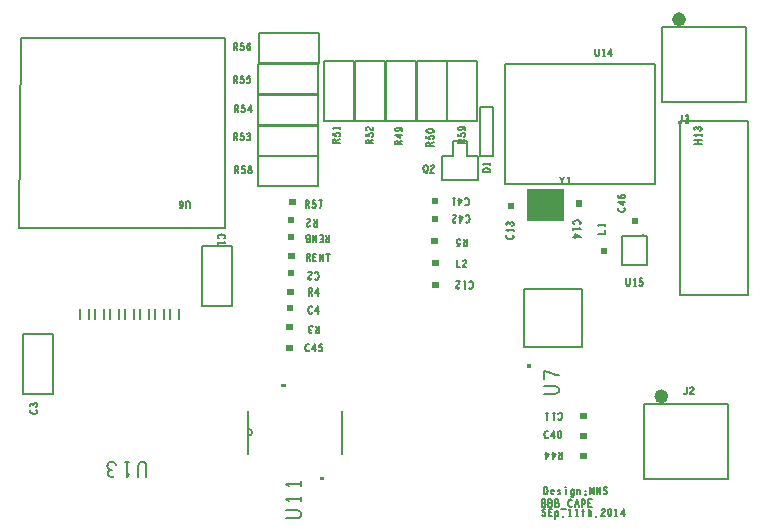
<source format=gto>
G04 ================== begin FILE IDENTIFICATION RECORD ==================*
G04 Layout Name:  BBB_CAPE_PCB_AN.brd*
G04 Film Name:    SILKSCREEN_TOP*
G04 File Format:  Gerber RS274X*
G04 File Origin:  Cadence Allegro 16.6-P004*
G04 Origin Date:  Thu Sep 11 16:38:19 2014*
G04 *
G04 Layer:  REF DES/SILKSCREEN_TOP*
G04 Layer:  PACKAGE GEOMETRY/SILKSCREEN_TOP*
G04 Layer:  BOARD GEOMETRY/SILKSCREEN_TOP*
G04 *
G04 Offset:    (0.00 0.00)*
G04 Mirror:    No*
G04 Mode:      Positive*
G04 Rotation:  0*
G04 FullContactRelief:  No*
G04 UndefLineWidth:     5.00*
G04 ================== end FILE IDENTIFICATION RECORD ====================*
%FSLAX25Y25*MOIN*%
%IR0*IPPOS*OFA0.00000B0.00000*MIA0B0*SFA1.00000B1.00000*%
%ADD10C,.005*%
%ADD11C,.006*%
G75*
%LPD*%
G75*
G36*
G01X711710Y1633200D02*
X713210D01*
Y1634200D01*
X711710D01*
Y1633200D01*
G37*
G36*
G01X700500Y1678300D02*
Y1676300D01*
X702700D01*
Y1678300D01*
X700500D01*
G37*
G36*
G01X698910Y1665200D02*
X700410D01*
Y1664200D01*
X698910D01*
Y1665200D01*
G37*
G36*
G01X700900Y1697100D02*
Y1695100D01*
X703100D01*
Y1697100D01*
X700900D01*
G37*
G36*
G01X702800Y1683400D02*
Y1685400D01*
X700600D01*
Y1683400D01*
X702800D01*
G37*
G36*
G01X701200Y1709100D02*
Y1707100D01*
X703400D01*
Y1709100D01*
X701200D01*
G37*
G36*
G01X703200Y1701400D02*
Y1703400D01*
X701000D01*
Y1701400D01*
X703200D01*
G37*
G36*
G01X700700Y1691500D02*
Y1689500D01*
X702900D01*
Y1691500D01*
X700700D01*
G37*
G36*
G01X703300Y1718900D02*
Y1720900D01*
X701100D01*
Y1718900D01*
X703300D01*
G37*
G36*
G01Y1713200D02*
Y1715200D01*
X701100D01*
Y1713200D01*
X703300D01*
G37*
G36*
G01X701500Y1727000D02*
Y1725000D01*
X703700D01*
Y1727000D01*
X701500D01*
G37*
G36*
G01X749200Y1706800D02*
Y1704800D01*
X751400D01*
Y1706800D01*
X749200D01*
G37*
G36*
G01X751500Y1697200D02*
Y1699200D01*
X749300D01*
Y1697200D01*
X751500D01*
G37*
G36*
G01X751100Y1712000D02*
Y1714000D01*
X748900D01*
Y1712000D01*
X751100D01*
G37*
G36*
G01X751300Y1725300D02*
Y1727300D01*
X749100D01*
Y1725300D01*
X751300D01*
G37*
G36*
G01Y1719300D02*
Y1721300D01*
X749100D01*
Y1719300D01*
X751300D01*
G37*
G36*
G01X774500Y1723600D02*
X776500D01*
Y1725800D01*
X774500D01*
Y1723600D01*
G37*
G36*
G01X800800Y1640300D02*
Y1642300D01*
X798600D01*
Y1640300D01*
X800800D01*
G37*
G36*
G01X798600Y1648900D02*
Y1646900D01*
X800800D01*
Y1648900D01*
X798600D01*
G37*
G36*
G01X800700Y1653800D02*
Y1655800D01*
X798500D01*
Y1653800D01*
X800700D01*
G37*
G36*
G01X782306Y1671400D02*
G03I-806J0D01*
G37*
G36*
G01X805600Y1708500D02*
X807600D01*
Y1710700D01*
X805600D01*
Y1708500D01*
G37*
G36*
G01X799000Y1726500D02*
X797000D01*
Y1724300D01*
X799000D01*
Y1726500D01*
G37*
G36*
G01X780700Y1730200D02*
Y1719500D01*
X793300D01*
Y1730200D01*
X780700D01*
G37*
G36*
G01X827941Y1661200D02*
G03I-2341J0D01*
G37*
G36*
G01X815700Y1718500D02*
X817700D01*
Y1720700D01*
X815700D01*
Y1718500D01*
G37*
G36*
G01X819947Y1715200D02*
G03I-447J0D01*
G37*
G36*
G01X833841Y1786900D02*
G03I-2341J0D01*
G37*
G54D10*
G01X615308Y1656687D02*
X615183Y1656527D01*
X615100Y1656340D01*
Y1656127D01*
X615225Y1655887D01*
X615433Y1655700D01*
X615683Y1655567D01*
X616100Y1655460D01*
X616475Y1655433D01*
X616850Y1655487D01*
X617100Y1655567D01*
X617350Y1655727D01*
X617517Y1655913D01*
X617600Y1656100D01*
Y1656287D01*
X617517Y1656473D01*
X617392Y1656633D01*
X617225Y1656767D01*
G01X617100Y1657713D02*
X617392Y1657873D01*
X617558Y1658087D01*
X617600Y1658327D01*
X617558Y1658540D01*
X617350Y1658753D01*
X617100Y1658887D01*
X616850Y1658913D01*
X616558Y1658860D01*
X616350Y1658673D01*
X616267Y1658487D01*
Y1658247D01*
G01Y1658487D02*
X616142Y1658647D01*
X615933Y1658780D01*
X615683Y1658833D01*
X615433Y1658780D01*
X615225Y1658647D01*
X615100Y1658407D01*
X615142Y1658167D01*
X615308Y1657927D01*
G01X612700Y1661900D02*
X622700D01*
Y1681900D01*
X612700D01*
Y1661900D01*
G01X680300Y1717400D02*
Y1780500D01*
X612000D01*
X611500Y1717400D01*
X680300D01*
G01X653993Y1634400D02*
Y1637983D01*
X653740Y1638733D01*
X653233Y1639233D01*
X652600Y1639400D01*
X651967Y1639233D01*
X651460Y1638733D01*
X651207Y1637983D01*
Y1634400D01*
G01X647500Y1639400D02*
Y1634400D01*
X648260Y1635400D01*
G01Y1639400D02*
X646740D01*
G01X643793Y1638400D02*
X643413Y1638983D01*
X642907Y1639317D01*
X642337Y1639400D01*
X641830Y1639317D01*
X641323Y1638900D01*
X641007Y1638400D01*
X640943Y1637900D01*
X641070Y1637317D01*
X641513Y1636900D01*
X641957Y1636733D01*
X642527D01*
G01X641957D02*
X641577Y1636483D01*
X641260Y1636067D01*
X641133Y1635567D01*
X641260Y1635067D01*
X641577Y1634650D01*
X642147Y1634400D01*
X642717Y1634483D01*
X643287Y1634817D01*
G01X682600Y1711300D02*
X672600D01*
Y1691300D01*
X682600D01*
Y1711300D01*
G01X668387Y1723900D02*
Y1725692D01*
X668280Y1726067D01*
X668067Y1726317D01*
X667800Y1726400D01*
X667533Y1726317D01*
X667320Y1726067D01*
X667213Y1725692D01*
Y1723900D01*
G01X666107Y1725358D02*
X665920Y1725067D01*
X665760Y1724900D01*
X665547Y1724817D01*
X665360Y1724900D01*
X665227Y1725067D01*
X665120Y1725317D01*
X665093Y1725608D01*
X665120Y1725858D01*
X665227Y1726108D01*
X665387Y1726317D01*
X665573Y1726400D01*
X665787Y1726317D01*
X665973Y1726067D01*
X666080Y1725692D01*
X666107Y1725275D01*
X666053Y1724733D01*
X665973Y1724442D01*
X665840Y1724150D01*
X665653Y1723942D01*
X665467Y1723900D01*
X665280Y1723983D01*
X665147Y1724192D01*
G01X679992Y1713913D02*
X680117Y1714073D01*
X680200Y1714260D01*
Y1714473D01*
X680075Y1714713D01*
X679867Y1714900D01*
X679617Y1715033D01*
X679200Y1715140D01*
X678825Y1715167D01*
X678450Y1715113D01*
X678200Y1715033D01*
X677950Y1714873D01*
X677783Y1714687D01*
X677700Y1714500D01*
Y1714313D01*
X677783Y1714127D01*
X677908Y1713967D01*
X678075Y1713833D01*
G01X677700Y1712300D02*
X680200D01*
X679700Y1712620D01*
G01X677700D02*
Y1711980D01*
G01X683567Y1735500D02*
Y1738000D01*
X684233D01*
X684447Y1737875D01*
X684580Y1737708D01*
X684633Y1737375D01*
X684580Y1737042D01*
X684420Y1736833D01*
X684233Y1736708D01*
X683567D01*
G01X684233D02*
X684633Y1735500D01*
G01X685713Y1735875D02*
X685873Y1735667D01*
X686060Y1735542D01*
X686300Y1735500D01*
X686540Y1735583D01*
X686727Y1735750D01*
X686860Y1736042D01*
X686887Y1736375D01*
X686833Y1736708D01*
X686700Y1736917D01*
X686513Y1737083D01*
X686327Y1737125D01*
X686140Y1737083D01*
X685900Y1736917D01*
X685980Y1738000D01*
X686700D01*
G01X688500Y1735500D02*
X688687Y1735542D01*
X688900Y1735667D01*
X689033Y1735875D01*
X689087Y1736167D01*
X689033Y1736458D01*
X688873Y1736708D01*
X688633Y1736833D01*
X688367D01*
X688207Y1736917D01*
X688073Y1737125D01*
X688020Y1737417D01*
X688100Y1737708D01*
X688287Y1737917D01*
X688500Y1738000D01*
X688713Y1737917D01*
X688900Y1737708D01*
X688980Y1737417D01*
X688927Y1737125D01*
X688793Y1736917D01*
X688633Y1736833D01*
X688367D01*
X688127Y1736708D01*
X687967Y1736458D01*
X687913Y1736167D01*
X687967Y1735875D01*
X688100Y1735667D01*
X688313Y1735542D01*
X688500Y1735500D01*
G01X683067Y1765600D02*
Y1768100D01*
X683733D01*
X683947Y1767975D01*
X684080Y1767808D01*
X684133Y1767475D01*
X684080Y1767142D01*
X683920Y1766933D01*
X683733Y1766808D01*
X683067D01*
G01X683733D02*
X684133Y1765600D01*
G01X685213Y1765975D02*
X685373Y1765767D01*
X685560Y1765642D01*
X685800Y1765600D01*
X686040Y1765683D01*
X686227Y1765850D01*
X686360Y1766142D01*
X686387Y1766475D01*
X686333Y1766808D01*
X686200Y1767017D01*
X686013Y1767183D01*
X685827Y1767225D01*
X685640Y1767183D01*
X685400Y1767017D01*
X685480Y1768100D01*
X686200D01*
G01X687413Y1765975D02*
X687573Y1765767D01*
X687760Y1765642D01*
X688000Y1765600D01*
X688240Y1765683D01*
X688427Y1765850D01*
X688560Y1766142D01*
X688587Y1766475D01*
X688533Y1766808D01*
X688400Y1767017D01*
X688213Y1767183D01*
X688027Y1767225D01*
X687840Y1767183D01*
X687600Y1767017D01*
X687680Y1768100D01*
X688400D01*
G01X683467Y1755900D02*
Y1758400D01*
X684133D01*
X684347Y1758275D01*
X684480Y1758108D01*
X684533Y1757775D01*
X684480Y1757442D01*
X684320Y1757233D01*
X684133Y1757108D01*
X683467D01*
G01X684133D02*
X684533Y1755900D01*
G01X685613Y1756275D02*
X685773Y1756067D01*
X685960Y1755942D01*
X686200Y1755900D01*
X686440Y1755983D01*
X686627Y1756150D01*
X686760Y1756442D01*
X686787Y1756775D01*
X686733Y1757108D01*
X686600Y1757317D01*
X686413Y1757483D01*
X686227Y1757525D01*
X686040Y1757483D01*
X685800Y1757317D01*
X685880Y1758400D01*
X686600D01*
G01X688720Y1755900D02*
Y1758400D01*
X687733Y1756608D01*
X689067D01*
G01X683067Y1746500D02*
Y1749000D01*
X683733D01*
X683947Y1748875D01*
X684080Y1748708D01*
X684133Y1748375D01*
X684080Y1748042D01*
X683920Y1747833D01*
X683733Y1747708D01*
X683067D01*
G01X683733D02*
X684133Y1746500D01*
G01X685213Y1746875D02*
X685373Y1746667D01*
X685560Y1746542D01*
X685800Y1746500D01*
X686040Y1746583D01*
X686227Y1746750D01*
X686360Y1747042D01*
X686387Y1747375D01*
X686333Y1747708D01*
X686200Y1747917D01*
X686013Y1748083D01*
X685827Y1748125D01*
X685640Y1748083D01*
X685400Y1747917D01*
X685480Y1749000D01*
X686200D01*
G01X687413Y1747000D02*
X687573Y1746708D01*
X687787Y1746542D01*
X688027Y1746500D01*
X688240Y1746542D01*
X688453Y1746750D01*
X688587Y1747000D01*
X688613Y1747250D01*
X688560Y1747542D01*
X688373Y1747750D01*
X688187Y1747833D01*
X687947D01*
G01X688187D02*
X688347Y1747958D01*
X688480Y1748167D01*
X688533Y1748417D01*
X688480Y1748667D01*
X688347Y1748875D01*
X688107Y1749000D01*
X687867Y1748958D01*
X687627Y1748792D01*
G01X683167Y1776500D02*
Y1779000D01*
X683833D01*
X684047Y1778875D01*
X684180Y1778708D01*
X684233Y1778375D01*
X684180Y1778042D01*
X684020Y1777833D01*
X683833Y1777708D01*
X683167D01*
G01X683833D02*
X684233Y1776500D01*
G01X685313Y1776875D02*
X685473Y1776667D01*
X685660Y1776542D01*
X685900Y1776500D01*
X686140Y1776583D01*
X686327Y1776750D01*
X686460Y1777042D01*
X686487Y1777375D01*
X686433Y1777708D01*
X686300Y1777917D01*
X686113Y1778083D01*
X685927Y1778125D01*
X685740Y1778083D01*
X685500Y1777917D01*
X685580Y1779000D01*
X686300D01*
G01X687593Y1777542D02*
X687780Y1777833D01*
X687940Y1778000D01*
X688153Y1778083D01*
X688340Y1778000D01*
X688473Y1777833D01*
X688580Y1777583D01*
X688607Y1777292D01*
X688580Y1777042D01*
X688473Y1776792D01*
X688313Y1776583D01*
X688127Y1776500D01*
X687913Y1776583D01*
X687727Y1776833D01*
X687620Y1777208D01*
X687593Y1777625D01*
X687647Y1778167D01*
X687727Y1778458D01*
X687860Y1778750D01*
X688047Y1778958D01*
X688233Y1779000D01*
X688420Y1778917D01*
X688553Y1778708D01*
G01X700600Y1620507D02*
X704183D01*
X704933Y1620760D01*
X705433Y1621267D01*
X705600Y1621900D01*
X705433Y1622533D01*
X704933Y1623040D01*
X704183Y1623293D01*
X700600D01*
G01X705600Y1627000D02*
X700600D01*
X701600Y1626240D01*
G01X705600D02*
Y1627760D01*
G01Y1632100D02*
X700600D01*
X701600Y1631340D01*
G01X705600D02*
Y1632860D01*
G01X708187Y1678492D02*
X708027Y1678617D01*
X707840Y1678700D01*
X707627D01*
X707387Y1678575D01*
X707200Y1678367D01*
X707067Y1678117D01*
X706960Y1677700D01*
X706933Y1677325D01*
X706987Y1676950D01*
X707067Y1676700D01*
X707227Y1676450D01*
X707413Y1676283D01*
X707600Y1676200D01*
X707787D01*
X707973Y1676283D01*
X708133Y1676408D01*
X708267Y1676575D01*
G01X710120Y1676200D02*
Y1678700D01*
X709133Y1676908D01*
X710467D01*
G01X711413Y1676575D02*
X711573Y1676367D01*
X711760Y1676242D01*
X712000Y1676200D01*
X712240Y1676283D01*
X712427Y1676450D01*
X712560Y1676742D01*
X712587Y1677075D01*
X712533Y1677408D01*
X712400Y1677617D01*
X712213Y1677783D01*
X712027Y1677825D01*
X711840Y1677783D01*
X711600Y1677617D01*
X711680Y1678700D01*
X712400D01*
G01X708067Y1694800D02*
Y1697300D01*
X708733D01*
X708947Y1697175D01*
X709080Y1697008D01*
X709133Y1696675D01*
X709080Y1696342D01*
X708920Y1696133D01*
X708733Y1696008D01*
X708067D01*
G01X708733D02*
X709133Y1694800D01*
G01X711120D02*
Y1697300D01*
X710133Y1695508D01*
X711467D01*
G01X711533Y1684800D02*
Y1682300D01*
X710867D01*
X710653Y1682425D01*
X710520Y1682592D01*
X710467Y1682925D01*
X710520Y1683258D01*
X710680Y1683467D01*
X710867Y1683592D01*
X711533D01*
G01X710867D02*
X710467Y1684800D01*
G01X709387Y1684300D02*
X709227Y1684592D01*
X709013Y1684758D01*
X708773Y1684800D01*
X708560Y1684758D01*
X708347Y1684550D01*
X708213Y1684300D01*
X708187Y1684050D01*
X708240Y1683758D01*
X708427Y1683550D01*
X708613Y1683467D01*
X708853D01*
G01X708613D02*
X708453Y1683342D01*
X708320Y1683133D01*
X708267Y1682883D01*
X708320Y1682633D01*
X708453Y1682425D01*
X708693Y1682300D01*
X708933Y1682342D01*
X709173Y1682508D01*
G01X707367Y1706300D02*
Y1708800D01*
X708033D01*
X708247Y1708675D01*
X708380Y1708508D01*
X708433Y1708175D01*
X708380Y1707842D01*
X708220Y1707633D01*
X708033Y1707508D01*
X707367D01*
G01X708033D02*
X708433Y1706300D01*
G01X710633D02*
X709567D01*
Y1708800D01*
X710633D01*
G01X710207Y1707592D02*
X709567D01*
G01X711687Y1706300D02*
Y1708800D01*
X712913Y1706300D01*
Y1708800D01*
G01X714500D02*
Y1706300D01*
G01X713887Y1708800D02*
X715113D01*
G01X710113Y1700308D02*
X710273Y1700183D01*
X710460Y1700100D01*
X710673D01*
X710913Y1700225D01*
X711100Y1700433D01*
X711233Y1700683D01*
X711340Y1701100D01*
X711367Y1701475D01*
X711313Y1701850D01*
X711233Y1702100D01*
X711073Y1702350D01*
X710887Y1702517D01*
X710700Y1702600D01*
X710513D01*
X710327Y1702517D01*
X710167Y1702392D01*
X710033Y1702225D01*
G01X709007Y1700517D02*
X708847Y1700267D01*
X708660Y1700142D01*
X708447Y1700100D01*
X708180Y1700183D01*
X707993Y1700392D01*
X707940Y1700642D01*
X707967Y1700892D01*
X708073Y1701100D01*
X708607Y1701517D01*
X708847Y1701808D01*
X709007Y1702225D01*
X709060Y1702600D01*
X707940D01*
G01X709187Y1691092D02*
X709027Y1691217D01*
X708840Y1691300D01*
X708627D01*
X708387Y1691175D01*
X708200Y1690967D01*
X708067Y1690717D01*
X707960Y1690300D01*
X707933Y1689925D01*
X707987Y1689550D01*
X708067Y1689300D01*
X708227Y1689050D01*
X708413Y1688883D01*
X708600Y1688800D01*
X708787D01*
X708973Y1688883D01*
X709133Y1689008D01*
X709267Y1689175D01*
G01X711120Y1688800D02*
Y1691300D01*
X710133Y1689508D01*
X711467D01*
G01X691300Y1741200D02*
Y1731200D01*
X711300D01*
Y1741200D01*
X691300D01*
G01X710733Y1720300D02*
Y1717800D01*
X710067D01*
X709853Y1717925D01*
X709720Y1718092D01*
X709667Y1718425D01*
X709720Y1718758D01*
X709880Y1718967D01*
X710067Y1719092D01*
X710733D01*
G01X710067D02*
X709667Y1720300D01*
G01X708507Y1718217D02*
X708347Y1717967D01*
X708160Y1717842D01*
X707947Y1717800D01*
X707680Y1717883D01*
X707493Y1718092D01*
X707440Y1718342D01*
X707467Y1718592D01*
X707573Y1718800D01*
X708107Y1719217D01*
X708347Y1719508D01*
X708507Y1719925D01*
X708560Y1720300D01*
X707440D01*
G01X714933Y1715000D02*
Y1712500D01*
X714267D01*
X714053Y1712625D01*
X713920Y1712792D01*
X713867Y1713125D01*
X713920Y1713458D01*
X714080Y1713667D01*
X714267Y1713792D01*
X714933D01*
G01X714267D02*
X713867Y1715000D01*
G01X711667D02*
X712733D01*
Y1712500D01*
X711667D01*
G01X712093Y1713708D02*
X712733D01*
G01X710613Y1715000D02*
Y1712500D01*
X709387Y1715000D01*
Y1712500D01*
G01X707587Y1713667D02*
X707480Y1713542D01*
X707400Y1713333D01*
X707347Y1713042D01*
X707400Y1712792D01*
X707507Y1712625D01*
X707693Y1712500D01*
X708413D01*
Y1715000D01*
X707533D01*
X707347Y1714833D01*
X707240Y1714583D01*
X707187Y1714292D01*
X707240Y1714000D01*
X707400Y1713750D01*
X707587Y1713667D01*
X708413D01*
G01X707067Y1724000D02*
Y1726500D01*
X707733D01*
X707947Y1726375D01*
X708080Y1726208D01*
X708133Y1725875D01*
X708080Y1725542D01*
X707920Y1725333D01*
X707733Y1725208D01*
X707067D01*
G01X707733D02*
X708133Y1724000D01*
G01X709213Y1724375D02*
X709373Y1724167D01*
X709560Y1724042D01*
X709800Y1724000D01*
X710040Y1724083D01*
X710227Y1724250D01*
X710360Y1724542D01*
X710387Y1724875D01*
X710333Y1725208D01*
X710200Y1725417D01*
X710013Y1725583D01*
X709827Y1725625D01*
X709640Y1725583D01*
X709400Y1725417D01*
X709480Y1726500D01*
X710200D01*
G01X711947Y1724000D02*
X712000Y1724542D01*
X712080Y1725000D01*
X712187Y1725417D01*
X712320Y1725875D01*
X712533Y1726500D01*
X711467D01*
G01X691300Y1772000D02*
Y1762000D01*
X711300D01*
Y1772000D01*
X691300D01*
G01Y1761700D02*
Y1751700D01*
X711300D01*
Y1761700D01*
X691300D01*
G01X691200Y1751400D02*
Y1741400D01*
X711200D01*
Y1751400D01*
X691200D01*
G01X718500Y1745767D02*
X716000D01*
Y1746433D01*
X716125Y1746647D01*
X716292Y1746780D01*
X716625Y1746833D01*
X716958Y1746780D01*
X717167Y1746620D01*
X717292Y1746433D01*
Y1745767D01*
G01Y1746433D02*
X718500Y1746833D01*
G01X718125Y1747913D02*
X718333Y1748073D01*
X718458Y1748260D01*
X718500Y1748500D01*
X718417Y1748740D01*
X718250Y1748927D01*
X717958Y1749060D01*
X717625Y1749087D01*
X717292Y1749033D01*
X717083Y1748900D01*
X716917Y1748713D01*
X716875Y1748527D01*
X716917Y1748340D01*
X717083Y1748100D01*
X716000Y1748180D01*
Y1748900D01*
G01X718500Y1750700D02*
X716000D01*
X716500Y1750380D01*
G01X718500D02*
Y1751020D01*
G01X713000Y1753000D02*
X723000D01*
Y1773000D01*
X713000D01*
Y1753000D01*
G01X691400Y1782400D02*
Y1772400D01*
X711400D01*
Y1782400D01*
X691400D01*
G01X747000Y1735800D02*
X746787Y1735842D01*
X746600Y1736008D01*
X746440Y1736258D01*
X746333Y1736550D01*
X746280Y1736883D01*
Y1737217D01*
X746333Y1737550D01*
X746440Y1737842D01*
X746600Y1738092D01*
X746787Y1738258D01*
X747000Y1738300D01*
X747213Y1738258D01*
X747400Y1738092D01*
X747560Y1737842D01*
X747667Y1737550D01*
X747720Y1737217D01*
Y1736883D01*
X747667Y1736550D01*
X747560Y1736258D01*
X747400Y1736008D01*
X747213Y1735842D01*
X747000Y1735800D01*
G01X747213Y1736467D02*
X747533Y1735800D01*
G01X748693Y1737883D02*
X748853Y1738133D01*
X749040Y1738258D01*
X749253Y1738300D01*
X749520Y1738217D01*
X749707Y1738008D01*
X749760Y1737758D01*
X749733Y1737508D01*
X749627Y1737300D01*
X749093Y1736883D01*
X748853Y1736592D01*
X748693Y1736175D01*
X748640Y1735800D01*
X749760D01*
G01X739300Y1745267D02*
X736800D01*
Y1745933D01*
X736925Y1746147D01*
X737092Y1746280D01*
X737425Y1746333D01*
X737758Y1746280D01*
X737967Y1746120D01*
X738092Y1745933D01*
Y1745267D01*
G01Y1745933D02*
X739300Y1746333D01*
G01Y1748320D02*
X736800D01*
X738592Y1747333D01*
Y1748667D01*
G01X739008Y1749747D02*
X739217Y1749933D01*
X739300Y1750147D01*
X739217Y1750360D01*
X738967Y1750547D01*
X738592Y1750680D01*
X738217Y1750733D01*
X737758D01*
X737383Y1750680D01*
X737050Y1750547D01*
X736883Y1750387D01*
X736800Y1750200D01*
X736883Y1749987D01*
X737050Y1749827D01*
X737300Y1749720D01*
X737633Y1749667D01*
X737925Y1749720D01*
X738217Y1749853D01*
X738383Y1750013D01*
X738425Y1750200D01*
X738342Y1750413D01*
X738133Y1750573D01*
X737758Y1750733D01*
G01X733800Y1753000D02*
X743800D01*
Y1773000D01*
X733800D01*
Y1753000D01*
G01X729600Y1745567D02*
X727100D01*
Y1746233D01*
X727225Y1746447D01*
X727392Y1746580D01*
X727725Y1746633D01*
X728058Y1746580D01*
X728267Y1746420D01*
X728392Y1746233D01*
Y1745567D01*
G01Y1746233D02*
X729600Y1746633D01*
G01X729225Y1747713D02*
X729433Y1747873D01*
X729558Y1748060D01*
X729600Y1748300D01*
X729517Y1748540D01*
X729350Y1748727D01*
X729058Y1748860D01*
X728725Y1748887D01*
X728392Y1748833D01*
X728183Y1748700D01*
X728017Y1748513D01*
X727975Y1748327D01*
X728017Y1748140D01*
X728183Y1747900D01*
X727100Y1747980D01*
Y1748700D01*
G01X727517Y1749993D02*
X727267Y1750153D01*
X727142Y1750340D01*
X727100Y1750553D01*
X727183Y1750820D01*
X727392Y1751007D01*
X727642Y1751060D01*
X727892Y1751033D01*
X728100Y1750927D01*
X728517Y1750393D01*
X728808Y1750153D01*
X729225Y1749993D01*
X729600Y1749940D01*
Y1751060D01*
G01X723400Y1753000D02*
X733400D01*
Y1773000D01*
X723400D01*
Y1753000D01*
G01X749800Y1744767D02*
X747300D01*
Y1745433D01*
X747425Y1745647D01*
X747592Y1745780D01*
X747925Y1745833D01*
X748258Y1745780D01*
X748467Y1745620D01*
X748592Y1745433D01*
Y1744767D01*
G01Y1745433D02*
X749800Y1745833D01*
G01X749425Y1746913D02*
X749633Y1747073D01*
X749758Y1747260D01*
X749800Y1747500D01*
X749717Y1747740D01*
X749550Y1747927D01*
X749258Y1748060D01*
X748925Y1748087D01*
X748592Y1748033D01*
X748383Y1747900D01*
X748217Y1747713D01*
X748175Y1747527D01*
X748217Y1747340D01*
X748383Y1747100D01*
X747300Y1747180D01*
Y1747900D01*
G01Y1749700D02*
X747383Y1749487D01*
X747592Y1749327D01*
X747842Y1749220D01*
X748175Y1749140D01*
X748550Y1749113D01*
X748925Y1749140D01*
X749258Y1749220D01*
X749508Y1749327D01*
X749717Y1749487D01*
X749800Y1749700D01*
X749717Y1749913D01*
X749508Y1750073D01*
X749258Y1750180D01*
X748925Y1750260D01*
X748550Y1750287D01*
X748175Y1750260D01*
X747842Y1750180D01*
X747592Y1750073D01*
X747383Y1749913D01*
X747300Y1749700D01*
G01X744100Y1753000D02*
X754100D01*
Y1773000D01*
X744100D01*
Y1753000D01*
G01X799050Y1677650D02*
Y1696950D01*
X779750D01*
Y1677650D01*
X799050D01*
G01X757367Y1706800D02*
Y1704300D01*
X758433D01*
G01X759593Y1706383D02*
X759753Y1706633D01*
X759940Y1706758D01*
X760153Y1706800D01*
X760420Y1706717D01*
X760607Y1706508D01*
X760660Y1706258D01*
X760633Y1706008D01*
X760527Y1705800D01*
X759993Y1705383D01*
X759753Y1705092D01*
X759593Y1704675D01*
X759540Y1704300D01*
X760660D01*
G01X761613Y1697308D02*
X761773Y1697183D01*
X761960Y1697100D01*
X762173D01*
X762413Y1697225D01*
X762600Y1697433D01*
X762733Y1697683D01*
X762840Y1698100D01*
X762867Y1698475D01*
X762813Y1698850D01*
X762733Y1699100D01*
X762573Y1699350D01*
X762387Y1699517D01*
X762200Y1699600D01*
X762013D01*
X761827Y1699517D01*
X761667Y1699392D01*
X761533Y1699225D01*
G01X760000Y1699600D02*
Y1697100D01*
X760320Y1697600D01*
G01Y1699600D02*
X759680D01*
G01X758307Y1697517D02*
X758147Y1697267D01*
X757960Y1697142D01*
X757747Y1697100D01*
X757480Y1697183D01*
X757293Y1697392D01*
X757240Y1697642D01*
X757267Y1697892D01*
X757373Y1698100D01*
X757907Y1698517D01*
X758147Y1698808D01*
X758307Y1699225D01*
X758360Y1699600D01*
X757240D01*
G01X760733Y1713700D02*
Y1711200D01*
X760067D01*
X759853Y1711325D01*
X759720Y1711492D01*
X759667Y1711825D01*
X759720Y1712158D01*
X759880Y1712367D01*
X760067Y1712492D01*
X760733D01*
G01X760067D02*
X759667Y1713700D01*
G01X758587Y1713325D02*
X758427Y1713533D01*
X758240Y1713658D01*
X758000Y1713700D01*
X757760Y1713617D01*
X757573Y1713450D01*
X757440Y1713158D01*
X757413Y1712825D01*
X757467Y1712492D01*
X757600Y1712283D01*
X757787Y1712117D01*
X757973Y1712075D01*
X758160Y1712117D01*
X758400Y1712283D01*
X758320Y1711200D01*
X757600D01*
G01X760213Y1725108D02*
X760373Y1724983D01*
X760560Y1724900D01*
X760773D01*
X761013Y1725025D01*
X761200Y1725233D01*
X761333Y1725483D01*
X761440Y1725900D01*
X761467Y1726275D01*
X761413Y1726650D01*
X761333Y1726900D01*
X761173Y1727150D01*
X760987Y1727317D01*
X760800Y1727400D01*
X760613D01*
X760427Y1727317D01*
X760267Y1727192D01*
X760133Y1727025D01*
G01X758280Y1727400D02*
Y1724900D01*
X759267Y1726692D01*
X757933D01*
G01X756400Y1727400D02*
Y1724900D01*
X756720Y1725400D01*
G01Y1727400D02*
X756080D01*
G01X774108Y1714887D02*
X773983Y1714727D01*
X773900Y1714540D01*
Y1714327D01*
X774025Y1714087D01*
X774233Y1713900D01*
X774483Y1713767D01*
X774900Y1713660D01*
X775275Y1713633D01*
X775650Y1713687D01*
X775900Y1713767D01*
X776150Y1713927D01*
X776317Y1714113D01*
X776400Y1714300D01*
Y1714487D01*
X776317Y1714673D01*
X776192Y1714833D01*
X776025Y1714967D01*
G01X776400Y1716500D02*
X773900D01*
X774400Y1716180D01*
G01X776400D02*
Y1716820D01*
G01X775900Y1718113D02*
X776192Y1718273D01*
X776358Y1718487D01*
X776400Y1718727D01*
X776358Y1718940D01*
X776150Y1719153D01*
X775900Y1719287D01*
X775650Y1719313D01*
X775358Y1719260D01*
X775150Y1719073D01*
X775067Y1718887D01*
Y1718647D01*
G01Y1718887D02*
X774942Y1719047D01*
X774733Y1719180D01*
X774483Y1719233D01*
X774233Y1719180D01*
X774025Y1719047D01*
X773900Y1718807D01*
X773942Y1718567D01*
X774108Y1718327D01*
G01X760413Y1719308D02*
X760573Y1719183D01*
X760760Y1719100D01*
X760973D01*
X761213Y1719225D01*
X761400Y1719433D01*
X761533Y1719683D01*
X761640Y1720100D01*
X761667Y1720475D01*
X761613Y1720850D01*
X761533Y1721100D01*
X761373Y1721350D01*
X761187Y1721517D01*
X761000Y1721600D01*
X760813D01*
X760627Y1721517D01*
X760467Y1721392D01*
X760333Y1721225D01*
G01X758480Y1721600D02*
Y1719100D01*
X759467Y1720892D01*
X758133D01*
G01X757107Y1719517D02*
X756947Y1719267D01*
X756760Y1719142D01*
X756547Y1719100D01*
X756280Y1719183D01*
X756093Y1719392D01*
X756040Y1719642D01*
X756067Y1719892D01*
X756173Y1720100D01*
X756707Y1720517D01*
X756947Y1720808D01*
X757107Y1721225D01*
X757160Y1721600D01*
X756040D01*
G01X773400Y1772100D02*
Y1732100D01*
X823400D01*
Y1772100D01*
X773400D01*
G01X756200Y1741400D02*
Y1746200D01*
X760900D01*
Y1741300D01*
X764500D01*
Y1733200D01*
X752500D01*
Y1741400D01*
X756200D01*
G01X768500Y1736013D02*
X766000D01*
Y1736547D01*
X766125Y1736760D01*
X766292Y1736920D01*
X766542Y1737053D01*
X766833Y1737160D01*
X767250Y1737187D01*
X767667Y1737160D01*
X767958Y1737053D01*
X768208Y1736920D01*
X768375Y1736760D01*
X768500Y1736547D01*
Y1736013D01*
G01Y1738800D02*
X766000D01*
X766500Y1738480D01*
G01X768500D02*
Y1739120D01*
G01X760300Y1745667D02*
X757800D01*
Y1746333D01*
X757925Y1746547D01*
X758092Y1746680D01*
X758425Y1746733D01*
X758758Y1746680D01*
X758967Y1746520D01*
X759092Y1746333D01*
Y1745667D01*
G01Y1746333D02*
X760300Y1746733D01*
G01X759925Y1747813D02*
X760133Y1747973D01*
X760258Y1748160D01*
X760300Y1748400D01*
X760217Y1748640D01*
X760050Y1748827D01*
X759758Y1748960D01*
X759425Y1748987D01*
X759092Y1748933D01*
X758883Y1748800D01*
X758717Y1748613D01*
X758675Y1748427D01*
X758717Y1748240D01*
X758883Y1748000D01*
X757800Y1748080D01*
Y1748800D01*
G01X760008Y1750147D02*
X760217Y1750333D01*
X760300Y1750547D01*
X760217Y1750760D01*
X759967Y1750947D01*
X759592Y1751080D01*
X759217Y1751133D01*
X758758D01*
X758383Y1751080D01*
X758050Y1750947D01*
X757883Y1750787D01*
X757800Y1750600D01*
X757883Y1750387D01*
X758050Y1750227D01*
X758300Y1750120D01*
X758633Y1750067D01*
X758925Y1750120D01*
X759217Y1750253D01*
X759383Y1750413D01*
X759425Y1750600D01*
X759342Y1750813D01*
X759133Y1750973D01*
X758758Y1751133D01*
G01X754200Y1753000D02*
X764200D01*
Y1773000D01*
X754200D01*
Y1753000D01*
G01X765200Y1741400D02*
X769400D01*
Y1757700D01*
X765200D01*
Y1741400D01*
G01X786513Y1628500D02*
Y1631000D01*
X787047D01*
X787260Y1630875D01*
X787420Y1630708D01*
X787553Y1630458D01*
X787660Y1630167D01*
X787687Y1629750D01*
X787660Y1629333D01*
X787553Y1629042D01*
X787420Y1628792D01*
X787260Y1628625D01*
X787047Y1628500D01*
X786513D01*
G01X788900Y1629625D02*
X789753D01*
X789673Y1629917D01*
X789540Y1630083D01*
X789353Y1630167D01*
X789167Y1630125D01*
X789007Y1630000D01*
X788900Y1629708D01*
X788847Y1629458D01*
Y1629208D01*
X788900Y1628958D01*
X789033Y1628708D01*
X789193Y1628542D01*
X789380Y1628500D01*
X789567Y1628583D01*
X789753Y1628833D01*
G01X791100Y1628792D02*
X791233Y1628625D01*
X791420Y1628500D01*
X791580D01*
X791740Y1628583D01*
X791847Y1628708D01*
X791900Y1628875D01*
X791873Y1629125D01*
X791767Y1629250D01*
X791287Y1629500D01*
X791180Y1629792D01*
X791233Y1630000D01*
X791340Y1630125D01*
X791500Y1630167D01*
X791660Y1630125D01*
X791820Y1630000D01*
G01X793700Y1630167D02*
Y1628500D01*
G01Y1630833D02*
X793647Y1630875D01*
Y1630958D01*
X793700Y1631000D01*
X793753Y1630958D01*
Y1630875D01*
X793700Y1630833D01*
G01X795527Y1627875D02*
X795713Y1627708D01*
X795927Y1627667D01*
X796113Y1627708D01*
X796273Y1627917D01*
X796380Y1628208D01*
Y1630167D01*
G01Y1629833D02*
X796273Y1630000D01*
X796113Y1630125D01*
X795927Y1630167D01*
X795713Y1630083D01*
X795580Y1629917D01*
X795473Y1629625D01*
X795420Y1629333D01*
X795447Y1629083D01*
X795553Y1628792D01*
X795713Y1628583D01*
X795927Y1628500D01*
X796087Y1628542D01*
X796273Y1628708D01*
X796380Y1628875D01*
G01X797647Y1628500D02*
Y1630167D01*
G01Y1629750D02*
X797753Y1629958D01*
X797913Y1630125D01*
X798127Y1630167D01*
X798313Y1630125D01*
X798473Y1629958D01*
X798553Y1629667D01*
Y1628500D01*
G01X800300Y1628417D02*
X800247Y1628458D01*
Y1628542D01*
X800300Y1628583D01*
X800353Y1628542D01*
Y1628458D01*
X800300Y1628417D01*
G01Y1629542D02*
X800247Y1629583D01*
Y1629667D01*
X800300Y1629708D01*
X800353Y1629667D01*
Y1629583D01*
X800300Y1629542D01*
G01X801807Y1628500D02*
Y1631000D01*
X802500Y1628917D01*
X803193Y1631000D01*
Y1628500D01*
G01X804087D02*
Y1631000D01*
X805313Y1628500D01*
Y1631000D01*
G01X806340Y1628833D02*
X806553Y1628625D01*
X806793Y1628500D01*
X807007D01*
X807220Y1628625D01*
X807380Y1628833D01*
X807460Y1629125D01*
X807407Y1629417D01*
X807273Y1629667D01*
X807033Y1629833D01*
X806713Y1629917D01*
X806527Y1630083D01*
X806447Y1630375D01*
X806500Y1630667D01*
X806633Y1630875D01*
X806820Y1631000D01*
X807007D01*
X807193Y1630917D01*
X807353Y1630708D01*
G01X786613Y1625733D02*
X786720Y1625858D01*
X786800Y1626067D01*
X786853Y1626358D01*
X786800Y1626608D01*
X786693Y1626775D01*
X786507Y1626900D01*
X785787D01*
Y1624400D01*
X786667D01*
X786853Y1624567D01*
X786960Y1624817D01*
X787013Y1625108D01*
X786960Y1625400D01*
X786800Y1625650D01*
X786613Y1625733D01*
X785787D01*
G01X788813D02*
X788920Y1625858D01*
X789000Y1626067D01*
X789053Y1626358D01*
X789000Y1626608D01*
X788893Y1626775D01*
X788707Y1626900D01*
X787987D01*
Y1624400D01*
X788867D01*
X789053Y1624567D01*
X789160Y1624817D01*
X789213Y1625108D01*
X789160Y1625400D01*
X789000Y1625650D01*
X788813Y1625733D01*
X787987D01*
G01X791013D02*
X791120Y1625858D01*
X791200Y1626067D01*
X791253Y1626358D01*
X791200Y1626608D01*
X791093Y1626775D01*
X790907Y1626900D01*
X790187D01*
Y1624400D01*
X791067D01*
X791253Y1624567D01*
X791360Y1624817D01*
X791413Y1625108D01*
X791360Y1625400D01*
X791200Y1625650D01*
X791013Y1625733D01*
X790187D01*
G01X792200Y1623567D02*
X793800D01*
G01X795787Y1626692D02*
X795627Y1626817D01*
X795440Y1626900D01*
X795227D01*
X794987Y1626775D01*
X794800Y1626567D01*
X794667Y1626317D01*
X794560Y1625900D01*
X794533Y1625525D01*
X794587Y1625150D01*
X794667Y1624900D01*
X794827Y1624650D01*
X795013Y1624483D01*
X795200Y1624400D01*
X795387D01*
X795573Y1624483D01*
X795733Y1624608D01*
X795867Y1624775D01*
G01X796733Y1624400D02*
X797400Y1626900D01*
X798067Y1624400D01*
G01X797827Y1625275D02*
X796973D01*
G01X799067Y1624400D02*
Y1626900D01*
X799707D01*
X799920Y1626775D01*
X800080Y1626483D01*
X800133Y1626150D01*
X800080Y1625817D01*
X799947Y1625567D01*
X799707Y1625442D01*
X799067D01*
G01X802333Y1624400D02*
X801267D01*
Y1626900D01*
X802333D01*
G01X801907Y1625692D02*
X801267D01*
G01X785840Y1621633D02*
X786053Y1621425D01*
X786293Y1621300D01*
X786507D01*
X786720Y1621425D01*
X786880Y1621633D01*
X786960Y1621925D01*
X786907Y1622217D01*
X786773Y1622467D01*
X786533Y1622633D01*
X786213Y1622717D01*
X786027Y1622883D01*
X785947Y1623175D01*
X786000Y1623467D01*
X786133Y1623675D01*
X786320Y1623800D01*
X786507D01*
X786693Y1623717D01*
X786853Y1623508D01*
G01X789133Y1621300D02*
X788067D01*
Y1623800D01*
X789133D01*
G01X788707Y1622592D02*
X788067D01*
G01X790320Y1620467D02*
Y1622967D01*
G01Y1622592D02*
X790453Y1622800D01*
X790587Y1622925D01*
X790800Y1622967D01*
X790987Y1622925D01*
X791173Y1622717D01*
X791253Y1622425D01*
X791280Y1622133D01*
X791253Y1621842D01*
X791173Y1621550D01*
X791013Y1621383D01*
X790800Y1621300D01*
X790613Y1621342D01*
X790427Y1621467D01*
X790320Y1621633D01*
G01X792947Y1620842D02*
X793053Y1621383D01*
G01X795200Y1621300D02*
Y1623800D01*
X794880Y1623300D01*
G01Y1621300D02*
X795520D01*
G01X797400D02*
Y1623800D01*
X797080Y1623300D01*
G01Y1621300D02*
X797720D01*
G01X799600Y1623800D02*
Y1621300D01*
G01X799227Y1622967D02*
X799973D01*
G01X801347Y1621300D02*
Y1623800D01*
G01Y1622592D02*
X801480Y1622800D01*
X801613Y1622925D01*
X801827Y1622967D01*
X801987Y1622925D01*
X802173Y1622758D01*
X802253Y1622508D01*
Y1621300D01*
G01X803947Y1620842D02*
X804053Y1621383D01*
G01X805693Y1623383D02*
X805853Y1623633D01*
X806040Y1623758D01*
X806253Y1623800D01*
X806520Y1623717D01*
X806707Y1623508D01*
X806760Y1623258D01*
X806733Y1623008D01*
X806627Y1622800D01*
X806093Y1622383D01*
X805853Y1622092D01*
X805693Y1621675D01*
X805640Y1621300D01*
X806760D01*
G01X808400Y1623800D02*
X808187Y1623717D01*
X808027Y1623508D01*
X807920Y1623258D01*
X807840Y1622925D01*
X807813Y1622550D01*
X807840Y1622175D01*
X807920Y1621842D01*
X808027Y1621592D01*
X808187Y1621383D01*
X808400Y1621300D01*
X808613Y1621383D01*
X808773Y1621592D01*
X808880Y1621842D01*
X808960Y1622175D01*
X808987Y1622550D01*
X808960Y1622925D01*
X808880Y1623258D01*
X808773Y1623508D01*
X808613Y1623717D01*
X808400Y1623800D01*
G01X810600Y1621300D02*
Y1623800D01*
X810280Y1623300D01*
G01Y1621300D02*
X810920D01*
G01X813120D02*
Y1623800D01*
X812133Y1622008D01*
X813467D01*
G01X792433Y1642800D02*
Y1640300D01*
X791767D01*
X791553Y1640425D01*
X791420Y1640592D01*
X791367Y1640925D01*
X791420Y1641258D01*
X791580Y1641467D01*
X791767Y1641592D01*
X792433D01*
G01X791767D02*
X791367Y1642800D01*
G01X789380D02*
Y1640300D01*
X790367Y1642092D01*
X789033D01*
G01X787180Y1642800D02*
Y1640300D01*
X788167Y1642092D01*
X786833D01*
G01X787887Y1649492D02*
X787727Y1649617D01*
X787540Y1649700D01*
X787327D01*
X787087Y1649575D01*
X786900Y1649367D01*
X786767Y1649117D01*
X786660Y1648700D01*
X786633Y1648325D01*
X786687Y1647950D01*
X786767Y1647700D01*
X786927Y1647450D01*
X787113Y1647283D01*
X787300Y1647200D01*
X787487D01*
X787673Y1647283D01*
X787833Y1647408D01*
X787967Y1647575D01*
G01X789820Y1647200D02*
Y1649700D01*
X788833Y1647908D01*
X790167D01*
G01X791700Y1649700D02*
X791487Y1649617D01*
X791327Y1649408D01*
X791220Y1649158D01*
X791140Y1648825D01*
X791113Y1648450D01*
X791140Y1648075D01*
X791220Y1647742D01*
X791327Y1647492D01*
X791487Y1647283D01*
X791700Y1647200D01*
X791913Y1647283D01*
X792073Y1647492D01*
X792180Y1647742D01*
X792260Y1648075D01*
X792287Y1648450D01*
X792260Y1648825D01*
X792180Y1649158D01*
X792073Y1649408D01*
X791913Y1649617D01*
X791700Y1649700D01*
G01X791313Y1653508D02*
X791473Y1653383D01*
X791660Y1653300D01*
X791873D01*
X792113Y1653425D01*
X792300Y1653633D01*
X792433Y1653883D01*
X792540Y1654300D01*
X792567Y1654675D01*
X792513Y1655050D01*
X792433Y1655300D01*
X792273Y1655550D01*
X792087Y1655717D01*
X791900Y1655800D01*
X791713D01*
X791527Y1655717D01*
X791367Y1655592D01*
X791233Y1655425D01*
G01X789700Y1655800D02*
Y1653300D01*
X790020Y1653800D01*
G01Y1655800D02*
X789380D01*
G01X787500D02*
Y1653300D01*
X787820Y1653800D01*
G01Y1655800D02*
X787180D01*
G01X786500Y1661907D02*
X790083D01*
X790833Y1662160D01*
X791333Y1662667D01*
X791500Y1663300D01*
X791333Y1663933D01*
X790833Y1664440D01*
X790083Y1664693D01*
X786500D01*
G01X791500Y1668273D02*
X790417Y1668400D01*
X789500Y1668590D01*
X788667Y1668843D01*
X787750Y1669160D01*
X786500Y1669667D01*
Y1667133D01*
G01X804400Y1715467D02*
X806900D01*
Y1716533D01*
G01Y1718200D02*
X804400D01*
X804900Y1717880D01*
G01X806900D02*
Y1718520D01*
G01X798492Y1718613D02*
X798617Y1718773D01*
X798700Y1718960D01*
Y1719173D01*
X798575Y1719413D01*
X798367Y1719600D01*
X798117Y1719733D01*
X797700Y1719840D01*
X797325Y1719867D01*
X796950Y1719813D01*
X796700Y1719733D01*
X796450Y1719573D01*
X796283Y1719387D01*
X796200Y1719200D01*
Y1719013D01*
X796283Y1718827D01*
X796408Y1718667D01*
X796575Y1718533D01*
G01X796200Y1717000D02*
X798700D01*
X798200Y1717320D01*
G01X796200D02*
Y1716680D01*
G01Y1714480D02*
X798700D01*
X796908Y1715467D01*
Y1714133D01*
G01X792500Y1731900D02*
Y1733025D01*
X791967Y1734400D01*
G01X793033D02*
X792500Y1733025D01*
G01X794700Y1731900D02*
Y1734400D01*
X794380Y1733900D01*
G01Y1731900D02*
X795020D01*
G01X803613Y1777100D02*
Y1775308D01*
X803720Y1774933D01*
X803933Y1774683D01*
X804200Y1774600D01*
X804467Y1774683D01*
X804680Y1774933D01*
X804787Y1775308D01*
Y1777100D01*
G01X806400Y1774600D02*
Y1777100D01*
X806080Y1776600D01*
G01Y1774600D02*
X806720D01*
G01X808920D02*
Y1777100D01*
X807933Y1775308D01*
X809267D01*
G01X847800Y1633700D02*
Y1658600D01*
Y1658700D01*
X847700D01*
X819900D01*
Y1633700D01*
X847800D01*
G01X833067Y1662400D02*
X833200Y1662150D01*
X833360Y1661983D01*
X833547Y1661900D01*
X833760Y1661983D01*
X833920Y1662150D01*
X834080Y1662400D01*
X834133Y1662733D01*
Y1664400D01*
G01X835293Y1663983D02*
X835453Y1664233D01*
X835640Y1664358D01*
X835853Y1664400D01*
X836120Y1664317D01*
X836307Y1664108D01*
X836360Y1663858D01*
X836333Y1663608D01*
X836227Y1663400D01*
X835693Y1662983D01*
X835453Y1662692D01*
X835293Y1662275D01*
X835240Y1661900D01*
X836360D01*
G01X813913Y1700500D02*
Y1698708D01*
X814020Y1698333D01*
X814233Y1698083D01*
X814500Y1698000D01*
X814767Y1698083D01*
X814980Y1698333D01*
X815087Y1698708D01*
Y1700500D01*
G01X816700Y1698000D02*
Y1700500D01*
X816380Y1700000D01*
G01Y1698000D02*
X817020D01*
G01X818313Y1698375D02*
X818473Y1698167D01*
X818660Y1698042D01*
X818900Y1698000D01*
X819140Y1698083D01*
X819327Y1698250D01*
X819460Y1698542D01*
X819487Y1698875D01*
X819433Y1699208D01*
X819300Y1699417D01*
X819113Y1699583D01*
X818927Y1699625D01*
X818740Y1699583D01*
X818500Y1699417D01*
X818580Y1700500D01*
X819300D01*
G01X812400Y1714700D02*
Y1704900D01*
X820800D01*
Y1714700D01*
X812400D01*
G01X854400Y1694900D02*
X831700D01*
Y1753000D01*
X854400D01*
Y1694900D01*
G01X811208Y1723987D02*
X811083Y1723827D01*
X811000Y1723640D01*
Y1723427D01*
X811125Y1723187D01*
X811333Y1723000D01*
X811583Y1722867D01*
X812000Y1722760D01*
X812375Y1722733D01*
X812750Y1722787D01*
X813000Y1722867D01*
X813250Y1723027D01*
X813417Y1723213D01*
X813500Y1723400D01*
Y1723587D01*
X813417Y1723773D01*
X813292Y1723933D01*
X813125Y1724067D01*
G01X813500Y1725920D02*
X811000D01*
X812792Y1724933D01*
Y1726267D01*
G01X812458Y1727293D02*
X812167Y1727480D01*
X812000Y1727640D01*
X811917Y1727853D01*
X812000Y1728040D01*
X812167Y1728173D01*
X812417Y1728280D01*
X812708Y1728307D01*
X812958Y1728280D01*
X813208Y1728173D01*
X813417Y1728013D01*
X813500Y1727827D01*
X813417Y1727613D01*
X813167Y1727427D01*
X812792Y1727320D01*
X812375Y1727293D01*
X811833Y1727347D01*
X811542Y1727427D01*
X811250Y1727560D01*
X811042Y1727747D01*
X811000Y1727933D01*
X811083Y1728120D01*
X811292Y1728253D01*
G01X831367Y1752900D02*
X831500Y1752650D01*
X831660Y1752483D01*
X831847Y1752400D01*
X832060Y1752483D01*
X832220Y1752650D01*
X832380Y1752900D01*
X832433Y1753233D01*
Y1754900D01*
G01X833513Y1752900D02*
X833673Y1752608D01*
X833887Y1752442D01*
X834127Y1752400D01*
X834340Y1752442D01*
X834553Y1752650D01*
X834687Y1752900D01*
X834713Y1753150D01*
X834660Y1753442D01*
X834473Y1753650D01*
X834287Y1753733D01*
X834047D01*
G01X834287D02*
X834447Y1753858D01*
X834580Y1754067D01*
X834633Y1754317D01*
X834580Y1754567D01*
X834447Y1754775D01*
X834207Y1754900D01*
X833967Y1754858D01*
X833727Y1754692D01*
G01X853700Y1759400D02*
Y1784300D01*
Y1784400D01*
X853600D01*
X825800D01*
Y1759400D01*
X853700D01*
G01X839000Y1745440D02*
X836500D01*
G01Y1746560D02*
X839000D01*
G01X837750D02*
Y1745440D01*
G01X839000Y1748200D02*
X836500D01*
X837000Y1747880D01*
G01X839000D02*
Y1748520D01*
G01X838500Y1749813D02*
X838792Y1749973D01*
X838958Y1750187D01*
X839000Y1750427D01*
X838958Y1750640D01*
X838750Y1750853D01*
X838500Y1750987D01*
X838250Y1751013D01*
X837958Y1750960D01*
X837750Y1750773D01*
X837667Y1750587D01*
Y1750347D01*
G01Y1750587D02*
X837542Y1750747D01*
X837333Y1750880D01*
X837083Y1750933D01*
X836833Y1750880D01*
X836625Y1750747D01*
X836500Y1750507D01*
X836542Y1750267D01*
X836708Y1750027D01*
G54D11*
G01X631950Y1687000D02*
Y1690300D01*
G01X636950Y1687000D02*
Y1690300D01*
G01X641950Y1687000D02*
Y1690300D01*
G01X646950Y1687000D02*
Y1690300D01*
G01X651950Y1687000D02*
Y1690300D01*
G01X656950Y1687000D02*
Y1690300D01*
G01X634850Y1687000D02*
Y1690300D01*
G01X639850Y1687000D02*
Y1690300D01*
G01X644850Y1687000D02*
Y1690300D01*
G01X649850Y1687000D02*
Y1690300D01*
G01X654850Y1687000D02*
Y1690300D01*
G01X659850Y1687000D02*
Y1690300D01*
G01X687950Y1648000D02*
G03X687971Y1650400I0J1200D01*
G01X687950Y1656360D02*
Y1642040D01*
G01X661950Y1687000D02*
Y1690300D01*
G01X664850Y1687000D02*
Y1690300D01*
G01X719050Y1642040D02*
Y1656360D01*
M02*

</source>
